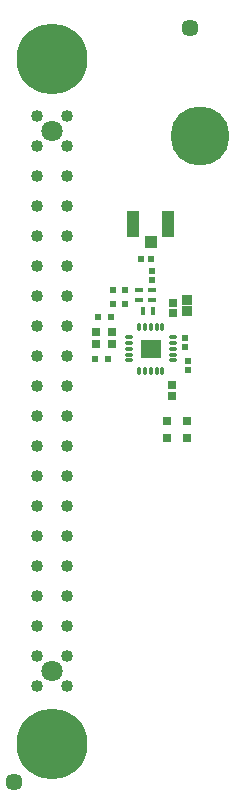
<source format=gbs>
G04*
G04 #@! TF.GenerationSoftware,Altium Limited,Altium Designer,23.1.1 (15)*
G04*
G04 Layer_Color=16711935*
%FSLAX44Y44*%
%MOMM*%
G71*
G04*
G04 #@! TF.SameCoordinates,04F7D17D-12FE-4B87-B1C5-EF4B9C776E75*
G04*
G04*
G04 #@! TF.FilePolarity,Negative*
G04*
G01*
G75*
%ADD15C,1.4480*%
%ADD16C,1.8000*%
%ADD17C,1.0200*%
%ADD18C,5.0000*%
%ADD19C,6.0000*%
%ADD29R,0.6500X0.3500*%
%ADD30R,0.3500X0.6500*%
%ADD31R,0.6153X0.5725*%
%ADD32R,0.4725X0.5153*%
%ADD33R,0.6725X0.7154*%
%ADD34R,0.5000X0.5000*%
%ADD35R,0.6000X0.5000*%
%ADD36R,0.7500X0.6500*%
%ADD37R,1.0000X1.0500*%
%ADD38R,1.0500X2.2000*%
%ADD39R,0.7000X0.7000*%
%ADD43R,1.7000X1.6500*%
%ADD44O,0.8000X0.3500*%
%ADD45O,0.3500X0.8000*%
%ADD46R,0.6500X0.7000*%
%ADD47R,0.8200X0.8600*%
D15*
X161290Y651510D02*
D03*
X12700Y12700D02*
D03*
D16*
X45000Y563600D02*
D03*
Y106400D02*
D03*
D17*
X32300Y576300D02*
D03*
Y550900D02*
D03*
Y525500D02*
D03*
Y500100D02*
D03*
Y474700D02*
D03*
Y449300D02*
D03*
Y423900D02*
D03*
Y398500D02*
D03*
Y373100D02*
D03*
Y347700D02*
D03*
Y322300D02*
D03*
Y296900D02*
D03*
Y271500D02*
D03*
Y246100D02*
D03*
Y220700D02*
D03*
Y195300D02*
D03*
Y169900D02*
D03*
Y144500D02*
D03*
Y119100D02*
D03*
Y93700D02*
D03*
X57700Y144500D02*
D03*
Y119100D02*
D03*
Y93700D02*
D03*
Y576300D02*
D03*
Y550900D02*
D03*
Y525500D02*
D03*
Y500100D02*
D03*
Y474700D02*
D03*
Y449300D02*
D03*
Y423900D02*
D03*
Y398500D02*
D03*
Y373100D02*
D03*
Y347700D02*
D03*
Y322300D02*
D03*
Y296900D02*
D03*
Y271500D02*
D03*
Y246100D02*
D03*
Y220700D02*
D03*
Y195300D02*
D03*
Y169900D02*
D03*
D18*
X170000Y560000D02*
D03*
D19*
X45000Y625000D02*
D03*
Y45000D02*
D03*
D29*
X129540Y421200D02*
D03*
Y429700D02*
D03*
X118110Y421200D02*
D03*
Y429700D02*
D03*
D30*
X129980Y411480D02*
D03*
X121480D02*
D03*
D31*
X128746Y455930D02*
D03*
X120174D02*
D03*
D32*
X129540Y438174D02*
D03*
Y445746D02*
D03*
X157480Y381024D02*
D03*
Y388596D02*
D03*
X160020Y361974D02*
D03*
Y369546D02*
D03*
D33*
X146050Y348956D02*
D03*
Y339384D02*
D03*
D34*
X106600Y417830D02*
D03*
X96600D02*
D03*
Y429260D02*
D03*
X106600D02*
D03*
D35*
X91860Y370840D02*
D03*
X80860D02*
D03*
X83400Y406400D02*
D03*
X94400D02*
D03*
D36*
X82400Y383620D02*
D03*
X95400D02*
D03*
Y393620D02*
D03*
X82400D02*
D03*
D37*
X128270Y469890D02*
D03*
D38*
X143020Y485140D02*
D03*
X113520D02*
D03*
D39*
X142240Y304150D02*
D03*
Y318150D02*
D03*
X158750D02*
D03*
Y304150D02*
D03*
D43*
X128270Y379730D02*
D03*
D44*
X146770Y369730D02*
D03*
Y374730D02*
D03*
Y379730D02*
D03*
Y384730D02*
D03*
Y389730D02*
D03*
X109770D02*
D03*
Y384730D02*
D03*
Y379730D02*
D03*
Y374730D02*
D03*
Y369730D02*
D03*
D45*
X138270Y398230D02*
D03*
X133270D02*
D03*
X128270D02*
D03*
X123270D02*
D03*
X118270D02*
D03*
Y361230D02*
D03*
X123270D02*
D03*
X128270D02*
D03*
X133270D02*
D03*
X138270D02*
D03*
D46*
X147320Y409770D02*
D03*
Y418270D02*
D03*
D47*
X158750Y411480D02*
D03*
Y421280D02*
D03*
M02*

</source>
